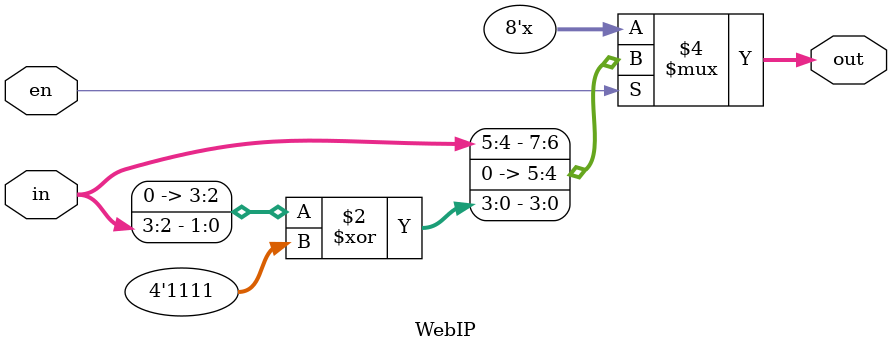
<source format=sv>
/* Name:
* Student ID: 12521589
* Purpose: A module simulating the process of querying for a TLD address
*/
module WebIP (
	input logic [7:0] in,
    output logic [7:0] out,
    input logic en
);
	assign out = en ? {in[7:4]<<2, (in[3:0]>>2)^4'b1111} : 8'bx;
endmodule
</source>
